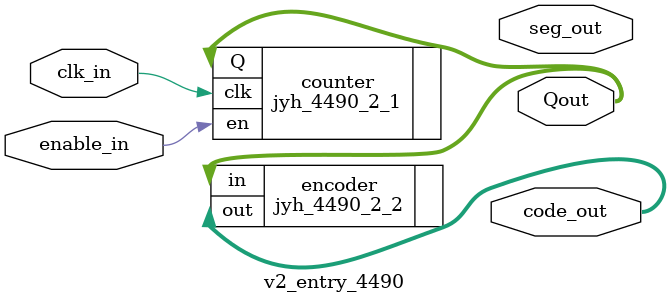
<source format=v>
module v2_entry_4490(clk_in,enable_in,Qout,seg_out,code_out);
input clk_in,enable_in;
output wire [2:0] Qout;
output wire seg_out;
output wire [6:0]code_out;

//调用计数器模块
jyh_4490_2_1 counter(
	.clk(clk_in),
	.en(enable_in),
	.Q(Qout));

//调用译码器模块
jyh_4490_2_2 encoder(
	.in(Qout),
	.out(code_out));
	
endmodule
</source>
